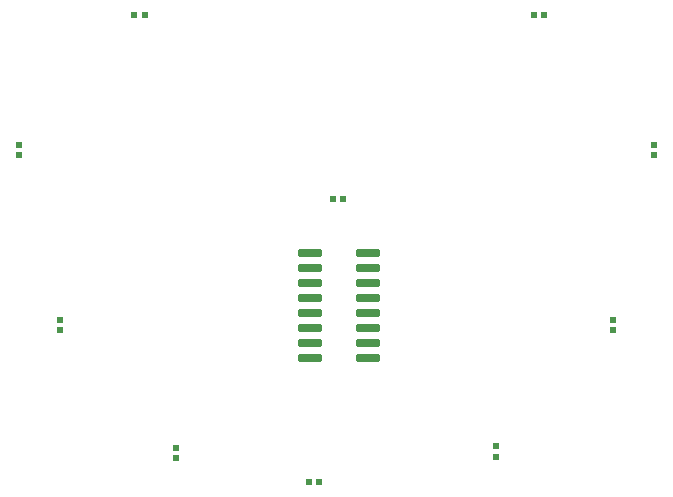
<source format=gbr>
%TF.GenerationSoftware,KiCad,Pcbnew,8.0.7-8.0.7-0~ubuntu24.04.1*%
%TF.CreationDate,2025-01-10T15:06:59-06:00*%
%TF.ProjectId,HeartLEDChaser_PCB,48656172-744c-4454-9443-68617365725f,rev?*%
%TF.SameCoordinates,Original*%
%TF.FileFunction,Paste,Top*%
%TF.FilePolarity,Positive*%
%FSLAX46Y46*%
G04 Gerber Fmt 4.6, Leading zero omitted, Abs format (unit mm)*
G04 Created by KiCad (PCBNEW 8.0.7-8.0.7-0~ubuntu24.04.1) date 2025-01-10 15:06:59*
%MOMM*%
%LPD*%
G01*
G04 APERTURE LIST*
G04 Aperture macros list*
%AMRoundRect*
0 Rectangle with rounded corners*
0 $1 Rounding radius*
0 $2 $3 $4 $5 $6 $7 $8 $9 X,Y pos of 4 corners*
0 Add a 4 corners polygon primitive as box body*
4,1,4,$2,$3,$4,$5,$6,$7,$8,$9,$2,$3,0*
0 Add four circle primitives for the rounded corners*
1,1,$1+$1,$2,$3*
1,1,$1+$1,$4,$5*
1,1,$1+$1,$6,$7*
1,1,$1+$1,$8,$9*
0 Add four rect primitives between the rounded corners*
20,1,$1+$1,$2,$3,$4,$5,0*
20,1,$1+$1,$4,$5,$6,$7,0*
20,1,$1+$1,$6,$7,$8,$9,0*
20,1,$1+$1,$8,$9,$2,$3,0*%
G04 Aperture macros list end*
%ADD10R,0.540000X0.570000*%
%ADD11RoundRect,0.075000X-0.910000X-0.225000X0.910000X-0.225000X0.910000X0.225000X-0.910000X0.225000X0*%
%ADD12R,0.570000X0.540000*%
G04 APERTURE END LIST*
D10*
%TO.C,R11*%
X156820000Y-87260000D03*
X156820000Y-88120000D03*
%TD*%
%TO.C,R9*%
X143440000Y-112790000D03*
X143440000Y-113650000D03*
%TD*%
%TO.C,R5*%
X103050000Y-87260000D03*
X103050000Y-88120000D03*
%TD*%
D11*
%TO.C,U2*%
X127670000Y-96370000D03*
X127670000Y-97640000D03*
X127670000Y-98910000D03*
X127670000Y-100180000D03*
X127670000Y-101450000D03*
X127670000Y-102720000D03*
X127670000Y-103990000D03*
X127670000Y-105260000D03*
X132620000Y-105260000D03*
X132620000Y-103990000D03*
X132620000Y-102720000D03*
X132620000Y-101450000D03*
X132620000Y-100180000D03*
X132620000Y-98910000D03*
X132620000Y-97640000D03*
X132620000Y-96370000D03*
%TD*%
D10*
%TO.C,R6*%
X106500000Y-102080000D03*
X106500000Y-102940000D03*
%TD*%
%TO.C,R7*%
X116350000Y-112930000D03*
X116350000Y-113790000D03*
%TD*%
D12*
%TO.C,R4*%
X113660000Y-76240000D03*
X112800000Y-76240000D03*
%TD*%
%TO.C,R12*%
X146610000Y-76260000D03*
X147470000Y-76260000D03*
%TD*%
D10*
%TO.C,R10*%
X153360000Y-102080000D03*
X153360000Y-102940000D03*
%TD*%
D12*
%TO.C,R8*%
X127581200Y-115795000D03*
X128441200Y-115795000D03*
%TD*%
%TO.C,R3*%
X129610000Y-91830000D03*
X130470000Y-91830000D03*
%TD*%
M02*

</source>
